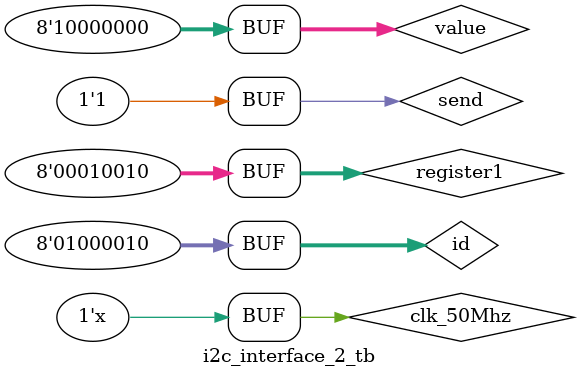
<source format=v>
`timescale 1ns / 1ps


module i2c_interface(
    input clk_50Mhz,
    input rst,
    output siod,
    output reg sioc,
    output taken,
    input send,
    input [7:0] id,
    input [7:0] register,
    input [7:0] value
    );
    
    localparam IDLE=0,
               BUSY=1;
    
    reg curr_state, next_state;
    always @ (posedge clk_50Mhz)
        if(rst==1) curr_state<=IDLE;
        else curr_state<=next_state;
        
    wire sent;
    always @ *
    begin
        next_state=curr_state;
        case(curr_state)
        IDLE: if(send==1) next_state=BUSY;
        BUSY: if(sent==1) next_state=IDLE;
        endcase
    end
    
    wire busy;
    assign busy = (curr_state==BUSY);
    
    reg [7:0] cnt_200KHz;
    always @ (posedge clk_50Mhz)
    begin
        if(rst==1) cnt_200KHz<=0;
        else if(busy) begin
            cnt_200KHz<=cnt_200KHz+1;
            if(cnt_200KHz==255) 
                cnt_200KHz<=0;
        end
        else cnt_200KHz<=0;
     end
        
    reg [6:0] busy_state;    
    always @ (posedge clk_50Mhz)
    begin
        if(rst==1) busy_state<=0;
        else if(busy) begin
            if(cnt_200KHz==255) begin
                busy_state<=busy_state+1;
                if(busy_state==31) 
                    busy_state<=0;
             end
        end
        else busy_state<=0;
     end
     
     reg [31:0] data_sr;
     always @ (posedge clk_50Mhz)
     begin
        if(rst==1) data_sr<=0;
        else if(send==1 && busy_state==1 && cnt_200KHz==0) 
            data_sr<={3'b100,id,1'b0,register,1'b0,value,1'b0,2'b01};
        else if(cnt_200KHz==255)
            data_sr<={data_sr[30:0], 1'b1};
     end
     
     assign taken = (send==1 && busy_state==1 && cnt_200KHz==0);
     
     assign siod = (busy_state==12 || busy_state==21 || busy_state==30)?1'bz:data_sr[31];
          
     assign sent = (busy_state==31 && cnt_200KHz==255);
     
     always @ *
     begin
        if(busy_state<=2||busy_state==32) sioc=1;
        else if(busy_state==3) sioc=0;
        else if(busy_state==31) 
            sioc=(cnt_200KHz>=64);
        else begin
            sioc=(cnt_200KHz>=64 && cnt_200KHz<=192);
        end
     end
        
endmodule

module i2c_interface_2(
    input clk_50Mhz,
    output siod,
    output reg sioc,
    output taken,
    input send,
    input [7:0] id,
    input [7:0] register1,
    input [7:0] value
    );
    
    localparam IDLE=0,
               BUSY=1;
    
    reg curr_state = IDLE, next_state=IDLE;
    always @ (posedge clk_50Mhz)
        curr_state<=next_state;
        
    wire sent;
    always @ *
    begin
        next_state=curr_state;
        case(curr_state)
        IDLE: if(send==1) next_state=BUSY;
        BUSY: if(sent==1) next_state=IDLE;
        endcase
    end
    
    wire busy;
    assign busy = (curr_state==BUSY);
    
    reg [7:0] cnt_200KHz;
    always @ (posedge clk_50Mhz)
    begin
        if(busy) begin
            cnt_200KHz<=cnt_200KHz+1;
            if(cnt_200KHz==255) 
                cnt_200KHz<=0;
        end
        else cnt_200KHz<=0;
     end
        
    reg [6:0] busy_state;    
    always @ (posedge clk_50Mhz)
    begin
        if(busy) begin
            if(cnt_200KHz==255) begin
                busy_state<=busy_state+1;
                if(busy_state==31) 
                    busy_state<=0;
             end
        end
        else busy_state<=0;
     end
     
     reg [31:0] data_sr;
     always @ (posedge clk_50Mhz)
     begin
        if(send==1 && busy_state==1 && cnt_200KHz==0) 
            data_sr<={3'b100,id,1'b0,register1,1'b0,value,1'b0,2'b01};
        else if(cnt_200KHz==255)
            data_sr<={data_sr[30:0], 1'b1};
     end
     
     assign taken = (send==1 && busy_state==1 && cnt_200KHz==0);
     
     assign siod = (busy_state==12 || busy_state==21 || busy_state==30)?1'bz:data_sr[31];
          
     assign sent = (busy_state==31 && cnt_200KHz==255);
     
     always @ *
     begin
        if(busy_state<=2/*||busy_state==32*/) sioc=1;
        else if(busy_state==3) sioc=0;
        else if(busy_state==31) 
            sioc=(cnt_200KHz>=64);
        else begin
            sioc=(cnt_200KHz>=64 && cnt_200KHz<=192);
        end
     end
        
endmodule

module i2c_interface_2_tb;

    reg clk_50Mhz=0;
    wire taken;
    wire send = 1;
    wire [7:0] id = 8'h42;
    wire [7:0] register1 = 8'h12;
    wire [7:0] value = 8'h80;
    
    i2c_interface_2 uut(clk_50Mhz,siod,sioc,taken,send,id,register1,value);
    
    always #10 clk_50Mhz = ~clk_50Mhz;

endmodule
</source>
